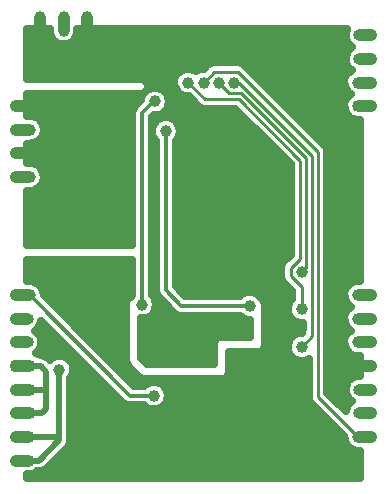
<source format=gbr>
G04 DipTrace 2.4.0.2*
%IN2_Layer_Bottom.gbr*%
%MOIN*%
%ADD10C,0.0098*%
%ADD13C,0.0197*%
%ADD14C,0.013*%
%ADD17C,0.0394*%
%ADD19C,0.025*%
%ADD29O,0.0787X0.0394*%
%ADD30O,0.0394X0.0787*%
%ADD34C,0.0413*%
%ADD36C,0.0433*%
%FSLAX44Y44*%
G04*
G70*
G90*
G75*
G01*
%LNBottom*%
%LPD*%
X4134Y6496D2*
D13*
X4803D1*
X4961Y6654D1*
Y7283D1*
Y7874D1*
X4764Y8071D1*
X4134D1*
Y7283D2*
X4804D1*
X4961D1*
X4134D2*
D14*
D3*
X4409D2*
X4804D1*
X4134Y14370D2*
X3937D1*
X4409Y10433D2*
X7756Y7087D1*
X8543D1*
X3937Y10433D2*
X4409D1*
X4134D2*
X4409D1*
X3937D2*
X4134D1*
Y15945D2*
X3937D1*
X13465Y8701D2*
D10*
X13819Y9055D1*
Y15079D1*
X11378Y17520D1*
X11220D1*
X13465Y11220D2*
X13622Y11378D1*
Y15000D1*
X11457Y17165D1*
X11063D1*
X10709Y17520D1*
X15354Y5709D2*
X14016Y7047D1*
Y15197D1*
X11339Y17874D1*
X10551D1*
X10197Y17520D1*
X13465Y9961D2*
Y10709D1*
X13110Y11063D1*
Y11339D1*
X13425Y11654D1*
Y14921D1*
X11378Y16969D1*
X10236D1*
X9685Y17520D1*
X5531Y19488D2*
D14*
Y19685D1*
X8937Y15906D2*
Y10591D1*
X9449Y10079D1*
X11732D1*
X8150Y10118D2*
Y16496D1*
X8543Y16890D1*
X8583D1*
X4370Y5709D2*
D13*
X5394D1*
Y7953D1*
X4370Y4921D2*
D14*
X4724D1*
X5394Y5591D1*
Y5709D1*
X4370D1*
X4134Y4921D2*
D13*
X4724D1*
X5394Y5591D1*
Y5709D1*
X4134D2*
X4370D1*
X4134Y15157D2*
D14*
X3937D1*
Y16732D2*
X4409D1*
X4134D2*
X4409D1*
X12835Y12047D2*
Y12362D1*
X11732Y13465D1*
X4744Y19488D2*
Y19685D1*
X15591Y8071D2*
X15787D1*
X4409Y15157D2*
X7192D1*
Y16405D1*
X6865Y16732D1*
X4409D1*
X8622Y17717D2*
X7126D1*
G02X6969Y17835I-30J124D01*
G01*
D34*
X3937Y15945D3*
Y15157D3*
Y14370D3*
Y16732D3*
X4744Y19685D3*
X5531D3*
X6319D3*
X15787Y17520D3*
Y16732D3*
Y18307D3*
Y19094D3*
X3937Y4921D3*
Y5709D3*
Y6496D3*
Y7283D3*
D36*
Y8071D3*
D34*
Y8858D3*
Y9646D3*
Y10433D3*
X15787Y5709D3*
Y6496D3*
Y7283D3*
Y8071D3*
Y8858D3*
Y9646D3*
Y10433D3*
X4347Y19052D2*
D19*
X5092D1*
X5974D2*
X14908D1*
X4347Y18803D2*
X5400D1*
X5661D2*
X15010D1*
X4347Y18554D2*
X14978D1*
X4347Y18305D2*
X14908D1*
X4347Y18057D2*
X10264D1*
X11626D2*
X14982D1*
X4347Y17808D2*
X9299D1*
X11872D2*
X14971D1*
X8329Y17559D2*
X9201D1*
X12122D2*
X14869D1*
X8798Y17311D2*
X9248D1*
X12372D2*
X14916D1*
X4347Y17062D2*
X8131D1*
X9036D2*
X9600D1*
X12618D2*
X15006D1*
X4347Y16813D2*
X7975D1*
X9064D2*
X9924D1*
X12868D2*
X14873D1*
X4347Y16565D2*
X7803D1*
X8935D2*
X11314D1*
X13118D2*
X14900D1*
X4708Y16316D2*
X7795D1*
X8505D2*
X8701D1*
X9173D2*
X11561D1*
X13364D2*
X15131D1*
X4880Y16067D2*
X7795D1*
X9396D2*
X11811D1*
X13614D2*
X15377D1*
X4880Y15819D2*
X7795D1*
X9415D2*
X12061D1*
X13864D2*
X15377D1*
X4704Y15570D2*
X7795D1*
X8505D2*
X8580D1*
X9290D2*
X12307D1*
X14111D2*
X15377D1*
X4347Y15321D2*
X7795D1*
X8505D2*
X8580D1*
X9290D2*
X12557D1*
X14329D2*
X15377D1*
X4347Y15073D2*
X7795D1*
X8505D2*
X8580D1*
X9290D2*
X12807D1*
X14357D2*
X15377D1*
X4521Y14824D2*
X7795D1*
X8505D2*
X8580D1*
X9290D2*
X13053D1*
X14357D2*
X15377D1*
X4849Y14575D2*
X7795D1*
X8505D2*
X8580D1*
X9290D2*
X13088D1*
X14357D2*
X15377D1*
X4896Y14326D2*
X7795D1*
X8505D2*
X8580D1*
X9290D2*
X13088D1*
X14357D2*
X15377D1*
X4790Y14078D2*
X7795D1*
X8505D2*
X8580D1*
X9290D2*
X13088D1*
X14357D2*
X15377D1*
X4347Y13829D2*
X7795D1*
X8505D2*
X8580D1*
X9290D2*
X13088D1*
X14357D2*
X15377D1*
X4347Y13580D2*
X7795D1*
X8505D2*
X8580D1*
X9290D2*
X13088D1*
X14357D2*
X15377D1*
X4347Y13332D2*
X7795D1*
X8505D2*
X8580D1*
X9290D2*
X13088D1*
X14357D2*
X15377D1*
X4347Y13083D2*
X7795D1*
X8505D2*
X8580D1*
X9290D2*
X13088D1*
X14357D2*
X15377D1*
X4347Y12834D2*
X7795D1*
X8505D2*
X8580D1*
X9290D2*
X13088D1*
X14357D2*
X15377D1*
X4347Y12586D2*
X7795D1*
X8505D2*
X8580D1*
X9290D2*
X13088D1*
X14357D2*
X15377D1*
X4347Y12337D2*
X7795D1*
X8505D2*
X8580D1*
X9290D2*
X13088D1*
X14357D2*
X15377D1*
X8505Y12088D2*
X8580D1*
X9290D2*
X13088D1*
X14357D2*
X15377D1*
X8505Y11840D2*
X8580D1*
X9290D2*
X13088D1*
X14357D2*
X15377D1*
X4347Y11591D2*
X7795D1*
X8505D2*
X8580D1*
X9290D2*
X12893D1*
X14357D2*
X15377D1*
X4347Y11342D2*
X7795D1*
X8505D2*
X8580D1*
X9290D2*
X12771D1*
X14357D2*
X15377D1*
X4347Y11094D2*
X7795D1*
X8505D2*
X8580D1*
X9290D2*
X12771D1*
X14357D2*
X15377D1*
X4642Y10845D2*
X7795D1*
X8505D2*
X8580D1*
X9290D2*
X12861D1*
X14357D2*
X15119D1*
X4864Y10596D2*
X7795D1*
X8505D2*
X8580D1*
X9423D2*
X13107D1*
X14357D2*
X14896D1*
X4986Y10347D2*
X7689D1*
X8575D2*
X8689D1*
X12134D2*
X13127D1*
X14357D2*
X14877D1*
X5236Y10099D2*
X7600D1*
X8634D2*
X8936D1*
X12282D2*
X12998D1*
X14357D2*
X15010D1*
X5486Y9850D2*
X7600D1*
X8552D2*
X9186D1*
X12282D2*
X12990D1*
X14357D2*
X14916D1*
X5732Y9601D2*
X7600D1*
X8150D2*
X11732D1*
X12282D2*
X13150D1*
X14357D2*
X14869D1*
X4712Y9353D2*
X4998D1*
X5982D2*
X7600D1*
X8150D2*
X11732D1*
X12282D2*
X13478D1*
X14357D2*
X14971D1*
X4747Y9104D2*
X5248D1*
X6232D2*
X7600D1*
X8150D2*
X11732D1*
X12282D2*
X13213D1*
X14357D2*
X14939D1*
X4818Y8855D2*
X5494D1*
X6478D2*
X7600D1*
X8150D2*
X10525D1*
X12282D2*
X13006D1*
X14357D2*
X14869D1*
X4743Y8607D2*
X5744D1*
X6728D2*
X7600D1*
X8150D2*
X10514D1*
X12212D2*
X12986D1*
X14357D2*
X14943D1*
X5013Y8358D2*
X5149D1*
X5642D2*
X5994D1*
X6978D2*
X7600D1*
X8150D2*
X10514D1*
X11060D2*
X13131D1*
X14357D2*
X15377D1*
X5853Y8109D2*
X6240D1*
X7224D2*
X7631D1*
X11060D2*
X13678D1*
X14357D2*
X15377D1*
X5872Y7861D2*
X6490D1*
X7474D2*
X7865D1*
X11060D2*
X13678D1*
X14357D2*
X15377D1*
X5782Y7612D2*
X6740D1*
X7724D2*
X13678D1*
X14357D2*
X15045D1*
X5782Y7363D2*
X6986D1*
X8939D2*
X13678D1*
X14357D2*
X14912D1*
X5782Y7115D2*
X7236D1*
X9028D2*
X13678D1*
X14419D2*
X14939D1*
X5782Y6866D2*
X7486D1*
X8974D2*
X13736D1*
X14665D2*
X15092D1*
X5782Y6617D2*
X13978D1*
X5782Y6368D2*
X14225D1*
X5782Y6120D2*
X14475D1*
X5782Y5871D2*
X14725D1*
X5782Y5622D2*
X14877D1*
X5708Y5374D2*
X15010D1*
X5466Y5125D2*
X15377D1*
X5220Y4876D2*
X15377D1*
X4962Y4628D2*
X15377D1*
X4347Y4379D2*
X15377D1*
X8482Y10433D2*
X8531Y10378D1*
X8587Y10267D1*
X8611Y10118D1*
X8595Y9995D1*
X8545Y9880D1*
X8467Y9783D1*
X8366Y9710D1*
X8249Y9667D1*
X8121Y9658D1*
X8123Y8333D1*
X8329Y8125D1*
X9478Y8123D1*
X10537D1*
X10538Y8780D1*
X10569Y8899D1*
X10654Y8990D1*
X10787Y9029D1*
X11759Y9030D1*
Y9619D1*
X11708Y9618D1*
X11585Y9641D1*
X11474Y9696D1*
X11413Y9751D1*
X9449Y9749D1*
X9327Y9772D1*
X9216Y9845D1*
X8704Y10357D1*
X8634Y10460D1*
X8607Y10591D1*
Y15579D1*
X8518Y15711D1*
X8481Y15830D1*
X8479Y15969D1*
X8508Y16076D1*
X8569Y16184D1*
X8657Y16273D1*
X8765Y16334D1*
X8886Y16364D1*
X9011Y16361D1*
X9130Y16325D1*
X9235Y16258D1*
X9318Y16166D1*
X9374Y16054D1*
X9399Y15906D1*
X9382Y15782D1*
X9333Y15668D1*
X9267Y15586D1*
Y10730D1*
X9587Y10407D1*
X11406Y10409D1*
X11452Y10446D1*
X11560Y10507D1*
X11681Y10538D1*
X11806Y10535D1*
X11925Y10498D1*
X12030Y10431D1*
X12114Y10339D1*
X12136Y10294D1*
X12209Y10226D1*
X12255Y10111D1*
X12257Y8780D1*
X12226Y8660D1*
X12142Y8569D1*
X12008Y8531D1*
X11036Y8530D1*
Y7890D1*
X11013Y7769D1*
X10934Y7673D1*
X10820Y7627D1*
X8912Y7625D1*
X8228D1*
X8106Y7658D1*
X8052Y7698D1*
X7698Y8052D1*
X7635Y8163D1*
X7625Y8228D1*
Y10157D1*
X7656Y10277D1*
X7740Y10368D1*
X7766Y10376D1*
X7817Y10433D1*
X7820Y11599D1*
X7038Y11601D1*
X4324D1*
X4322Y10898D1*
X4331Y10891D1*
X4483Y10889D1*
X4602Y10853D1*
X4707Y10786D1*
X4791Y10693D1*
X4847Y10582D1*
X4871Y10437D1*
X7894Y7415D1*
X8221Y7416D1*
X8263Y7454D1*
X8371Y7515D1*
X8492Y7546D1*
X8617Y7542D1*
X8736Y7506D1*
X8841Y7439D1*
X8925Y7347D1*
X8980Y7235D1*
X9005Y7087D1*
X8988Y6963D1*
X8939Y6849D1*
X8861Y6751D1*
X8760Y6679D1*
X8643Y6636D1*
X8519Y6626D1*
X8396Y6649D1*
X8285Y6704D1*
X8224Y6759D1*
X7756Y6757D1*
X7634Y6780D1*
X7523Y6853D1*
X4791Y9585D1*
X4776Y9522D1*
X4726Y9408D1*
X4648Y9311D1*
X4569Y9254D1*
X4629Y9211D1*
X4712Y9118D1*
X4768Y9007D1*
X4792Y8858D1*
X4776Y8735D1*
X4726Y8620D1*
X4648Y8523D1*
X4601Y8489D1*
X4764Y8434D1*
X4886Y8413D1*
X5009Y8339D1*
X5068Y8281D1*
X5114Y8320D1*
X5222Y8381D1*
X5343Y8412D1*
X5467Y8409D1*
X5587Y8372D1*
X5692Y8305D1*
X5775Y8213D1*
X5831Y8101D1*
X5855Y7953D1*
X5839Y7829D1*
X5789Y7715D1*
X5758Y7675D1*
X5757Y5591D1*
X5749Y5512D1*
X5723Y5438D1*
X5651Y5334D1*
X4981Y4664D1*
X4880Y4593D1*
X4741Y4558D1*
X4658D1*
X4587Y4513D1*
X4470Y4470D1*
X4319Y4459D1*
X4322Y4322D1*
X15403D1*
Y5248D1*
X15394Y5251D1*
X15330Y5248D1*
X15207Y5271D1*
X15096Y5326D1*
X15003Y5409D1*
X14935Y5514D1*
X14899Y5633D1*
X14896Y5723D1*
X13794Y6825D1*
X13725Y6929D1*
X13702Y7047D1*
Y8301D1*
X13564Y8250D1*
X13440Y8240D1*
X13318Y8263D1*
X13206Y8318D1*
X13113Y8401D1*
X13046Y8506D1*
X13009Y8625D1*
X13005Y8750D1*
X13035Y8871D1*
X13096Y8980D1*
X13184Y9068D1*
X13293Y9129D1*
X13414Y9160D1*
X13480Y9158D1*
X13505Y9305D1*
Y9504D1*
X13440Y9500D1*
X13318Y9523D1*
X13206Y9578D1*
X13113Y9661D1*
X13046Y9766D1*
X13009Y9885D1*
X13005Y10010D1*
X13035Y10131D1*
X13096Y10239D1*
X13149Y10292D1*
X13150Y10582D1*
X12888Y10841D1*
X12819Y10944D1*
X12796Y11063D1*
Y11339D1*
X12821Y11460D1*
X12888Y11561D1*
X13112Y11784D1*
X13111Y14790D1*
X11250Y16652D1*
X10236Y16654D1*
X10114Y16679D1*
X10014Y16746D1*
X9702Y17058D1*
X9538Y17082D1*
X9426Y17137D1*
X9333Y17220D1*
X9266Y17325D1*
X9229Y17444D1*
X9226Y17569D1*
X9256Y17690D1*
X9317Y17798D1*
X9405Y17887D1*
X9513Y17948D1*
X9634Y17979D1*
X9759Y17976D1*
X9878Y17939D1*
X9940Y17900D1*
X10025Y17948D1*
X10146Y17979D1*
X10212Y17977D1*
X10329Y18096D1*
X10432Y18165D1*
X10551Y18188D1*
X11339D1*
X11460Y18164D1*
X11561Y18096D1*
X14238Y15419D1*
X14307Y15316D1*
X14330Y15197D1*
Y7177D1*
X14937Y6571D1*
X14964Y6666D1*
X15026Y6775D1*
X15114Y6863D1*
X15158Y6888D1*
X15042Y6984D1*
X14975Y7089D1*
X14938Y7208D1*
X14935Y7333D1*
X14964Y7454D1*
X15026Y7562D1*
X15114Y7651D1*
X15222Y7712D1*
X15343Y7742D1*
X15405Y7745D1*
X15403Y8396D1*
X15394Y8400D1*
X15330Y8397D1*
X15207Y8421D1*
X15096Y8476D1*
X15003Y8559D1*
X14935Y8664D1*
X14899Y8783D1*
X14895Y8907D1*
X14925Y9028D1*
X14986Y9137D1*
X15074Y9225D1*
X15118Y9250D1*
X15003Y9346D1*
X14935Y9451D1*
X14899Y9570D1*
X14895Y9695D1*
X14925Y9816D1*
X14986Y9924D1*
X15074Y10013D1*
X15118Y10038D1*
X15003Y10134D1*
X14935Y10239D1*
X14899Y10358D1*
X14895Y10482D1*
X14925Y10603D1*
X14986Y10712D1*
X15074Y10800D1*
X15183Y10862D1*
X15303Y10892D1*
X15405Y10895D1*
X15403Y11822D1*
Y16271D1*
X15354Y16274D1*
X15330Y16271D1*
X15207Y16295D1*
X15096Y16350D1*
X15003Y16433D1*
X14935Y16538D1*
X14899Y16657D1*
X14895Y16781D1*
X14925Y16902D1*
X14986Y17011D1*
X15074Y17099D1*
X15118Y17124D1*
X15003Y17220D1*
X14935Y17325D1*
X14899Y17444D1*
X14895Y17569D1*
X14925Y17690D1*
X14986Y17798D1*
X15074Y17887D1*
X15138Y17923D1*
X15042Y18008D1*
X14975Y18113D1*
X14938Y18232D1*
X14935Y18356D1*
X14964Y18477D1*
X15026Y18586D1*
X15114Y18674D1*
X15158Y18699D1*
X15042Y18795D1*
X14975Y18900D1*
X14938Y19019D1*
X14935Y19144D1*
X14964Y19265D1*
X14985Y19302D1*
X10403Y19300D1*
X6594D1*
X6434Y19228D1*
X6310Y19214D1*
X6187Y19232D1*
X6051Y19300D1*
X5992D1*
X5993Y19291D1*
Y19252D1*
X5976Y19128D1*
X5927Y19014D1*
X5849Y18917D1*
X5748Y18844D1*
X5631Y18801D1*
X5507Y18791D1*
X5384Y18814D1*
X5273Y18869D1*
X5180Y18953D1*
X5113Y19058D1*
X5076Y19177D1*
X5070Y19303D1*
X4322Y19300D1*
Y17648D1*
X5516Y17651D1*
X8110D1*
X8230Y17620D1*
X8320Y17535D1*
X8359Y17418D1*
X8336Y17296D1*
X8304Y17257D1*
X8411Y17318D1*
X8532Y17349D1*
X8656Y17346D1*
X8776Y17309D1*
X8881Y17242D1*
X8964Y17150D1*
X9020Y17038D1*
X9044Y16890D1*
X9028Y16766D1*
X8978Y16652D1*
X8900Y16555D1*
X8799Y16482D1*
X8682Y16439D1*
X8547Y16431D1*
X8481Y16361D1*
X8479Y10437D1*
X8646Y10436D1*
X8609Y10554D1*
X8607Y10591D1*
X8124Y16935D2*
X8153Y17060D1*
X8228Y17182D1*
X8110Y17153D1*
X4325D1*
X4322Y16406D1*
X4331Y16403D1*
X4483Y16401D1*
X4602Y16364D1*
X4707Y16298D1*
X4791Y16205D1*
X4847Y16094D1*
X4871Y15945D1*
X4854Y15821D1*
X4805Y15707D1*
X4727Y15610D1*
X4626Y15537D1*
X4509Y15494D1*
X4319Y15483D1*
X4322Y14835D1*
X4331Y14828D1*
X4483Y14826D1*
X4602Y14790D1*
X4707Y14723D1*
X4791Y14630D1*
X4847Y14519D1*
X4871Y14370D1*
X4854Y14247D1*
X4805Y14132D1*
X4727Y14035D1*
X4626Y13962D1*
X4509Y13919D1*
X4319Y13908D1*
X4322Y12425D1*
Y12101D1*
X7817Y12099D1*
X7820Y12618D1*
Y16496D1*
X7843Y16618D1*
X7916Y16729D1*
X8124Y16936D1*
X15357Y16273D2*
X15207Y16295D1*
X15096Y16350D1*
X15003Y16433D1*
X14935Y16538D1*
X14899Y16657D1*
X14895Y16781D1*
X14925Y16902D1*
X14986Y17011D1*
X15074Y17099D1*
X15118Y17124D1*
D17*
X8150Y10118D3*
X13465Y11220D3*
Y9961D3*
Y8701D3*
X11220Y17520D3*
X10709D3*
X9685D3*
X10197D3*
X11732Y10079D3*
X15354Y5709D3*
X4409Y15157D3*
X8937Y15906D3*
X6614Y11535D3*
X5669Y10906D3*
X12441Y8622D3*
X6102Y4882D3*
X12441Y5669D3*
X14331Y5984D3*
X6339Y10906D3*
X9370Y16732D3*
X6969Y17835D3*
D29*
X4134Y5709D3*
D17*
X5118Y18504D3*
D29*
X4134Y6496D3*
D17*
X5787Y17913D3*
D29*
X4134Y7283D3*
D17*
X6890Y18937D3*
X8583Y16890D3*
D29*
X4134Y8071D3*
Y8858D3*
D17*
X13780Y19055D3*
D29*
X4134Y9646D3*
D17*
X10512Y15039D3*
D29*
X4134Y10433D3*
D17*
X4528Y12244D3*
D29*
X4134Y14370D3*
D17*
X10039Y16024D3*
X4370Y5709D3*
D29*
X4134Y15157D3*
D17*
X4370Y4921D3*
D29*
X4134Y15945D3*
D17*
X4409Y10433D3*
D29*
X4134Y16732D3*
D17*
X8543Y7087D3*
D29*
X15591Y19094D3*
Y18307D3*
D17*
X7874Y18937D3*
D29*
X15591Y17520D3*
D17*
X8898Y19134D3*
X11732Y13465D3*
D29*
X15551Y16732D3*
D17*
X12835Y12047D3*
D29*
X15591Y10433D3*
D17*
X6811Y6142D3*
D29*
X15591Y9646D3*
D17*
X5079Y12244D3*
D29*
X15591Y8858D3*
D17*
X4409Y16732D3*
D29*
X15591Y8071D3*
Y7283D3*
D17*
X6319Y19252D3*
D29*
X15591Y6496D3*
D17*
X5531Y19252D3*
D29*
X4134Y4921D3*
D17*
X8622Y17717D3*
D29*
X15591Y5709D3*
D17*
X4409Y8071D3*
D30*
X4744Y19488D3*
D17*
X4409Y7283D3*
D30*
X5531Y19488D3*
D17*
X4409Y6496D3*
D30*
X6319Y19488D3*
D17*
X15354Y10433D3*
Y9646D3*
Y8858D3*
Y8071D3*
Y17520D3*
Y16732D3*
X4744Y19252D3*
X4409Y14370D3*
X8701Y8425D3*
X4409Y15945D3*
X9134Y8425D3*
X5394Y7953D3*
M02*

</source>
